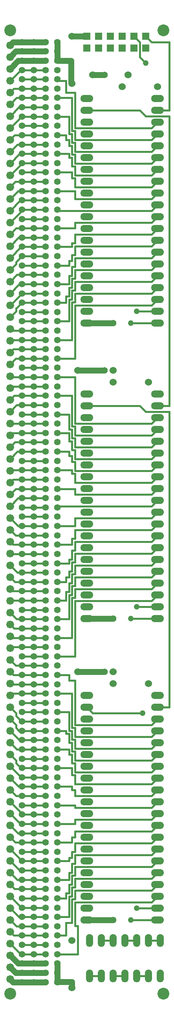
<source format=gbr>
G04 DesignSpark PCB Gerber Version 13.0 Build *
%FSLAX35Y35*%
%MOIN*%
%ADD28O,0.06000X0.11000*%
%ADD19R,0.06000X0.06000*%
%ADD14C,0.01500*%
%ADD15C,0.04800*%
%ADD12C,0.05000*%
%ADD71C,0.05512*%
%ADD13C,0.05600*%
%ADD70C,0.06000*%
%ADD18C,0.06614*%
%ADD16C,0.10000*%
%ADD17O,0.11000X0.06000*%
X0Y0D02*
D02*
D12*
X29221Y20250D02*
X21859D01*
X19221Y22888D01*
X29221Y28124D02*
X23985D01*
X19221Y32888D01*
X29221Y35998D02*
X26111D01*
X19221Y42888D01*
X29221Y799778D02*
X26111D01*
X19221Y792888D01*
X29221Y807652D02*
X23985D01*
X19221Y802888D01*
X29221Y815526D02*
X21859D01*
X19221Y812888D01*
X39221Y20250D02*
X29221D01*
X39221Y28124D02*
X29221D01*
X39221Y35998D02*
X29221D01*
X39221Y799778D02*
X29221D01*
X39221Y807652D02*
X29221D01*
X39221Y815526D02*
X29221D01*
X49221Y20250D02*
X39221D01*
X49221Y28124D02*
X39221D01*
X49221Y35998D02*
X39221D01*
X49221Y799778D02*
X39221D01*
X49221Y807652D02*
X39221D01*
X49221Y815526D02*
X39221D01*
X59221Y20250D02*
Y28124D01*
Y35998D01*
Y799778D02*
X59831Y800388D01*
X59221Y800998D01*
Y807888D01*
Y807652D01*
Y815526D02*
Y807888D01*
X71111Y799778D02*
Y780998D01*
X71721Y780388D01*
X71111Y799778D02*
X59221D01*
X71721Y15388D02*
Y20388D01*
X59359D01*
X59221Y20250D01*
X84221Y327888D02*
X106721D01*
X84221Y577888D02*
X106721D01*
X84221Y820388D02*
X71721D01*
X99221Y282888D02*
X76721D01*
X99221Y537888D02*
X76721D01*
X99221Y787888D02*
X89221D01*
X106721Y72888D02*
X84221D01*
D02*
D13*
X99221Y282888D03*
Y537888D03*
Y787888D03*
X106721Y72888D03*
Y327888D03*
Y577888D03*
D02*
D14*
X19221Y582888D02*
X24221Y587888D01*
Y590388D01*
X24556D01*
X29221Y595053D01*
X19221Y622888D02*
X24221Y627888D01*
Y629423D01*
X29221Y634423D01*
Y43872D02*
X28237D01*
X19221Y52888D01*
X29221Y59620D02*
X22489D01*
X19221Y62888D01*
X29221Y67494D02*
X24615D01*
X19221Y72888D01*
X29221Y75368D02*
X26741D01*
X19221Y82888D01*
X29221Y83242D02*
X28867D01*
X19221Y92888D01*
X29221Y98990D02*
X23119D01*
X19221Y102888D01*
X29221Y106864D02*
X25245D01*
X19221Y112888D01*
X29221Y114738D02*
X27371D01*
X19221Y122888D01*
X29221Y122612D02*
Y122888D01*
X19221Y132888D01*
X29221Y138360D02*
X23749D01*
X19221Y142888D01*
X29221Y146234D02*
X25875D01*
X19221Y152888D01*
X29221Y154108D02*
X28001D01*
X19221Y162888D01*
X29221Y161982D02*
Y162888D01*
X19221Y172888D01*
X29221Y177730D02*
X24379D01*
X19221Y182888D01*
X29221Y185604D02*
X26505D01*
X19221Y192888D01*
X29221Y193478D02*
X28631D01*
X19221Y202888D01*
X29221Y201352D02*
X28257D01*
X24221Y205388D01*
Y207888D01*
X19221Y212888D01*
X29221Y217100D02*
X25009D01*
X19221Y222888D01*
X29221Y224974D02*
X27135D01*
X19221Y232888D01*
X29221Y232848D02*
X26761D01*
X24221Y235388D01*
Y237888D01*
X19221Y242888D01*
X29221Y240722D02*
X28887D01*
X24221Y245388D01*
Y247888D01*
X19221Y252888D01*
X29221Y264344D02*
X20678D01*
X19221Y262888D01*
X29221Y272219D02*
X19891D01*
X19221Y272888D01*
X29221Y280093D02*
X22017D01*
X19221Y282888D01*
X29221Y287967D02*
X24143D01*
X19221Y292888D01*
X29221Y303715D02*
X20048D01*
X19221Y302888D01*
X29221Y311589D02*
X20520D01*
X19221Y312888D01*
X29221Y319463D02*
X22646D01*
X19221Y322888D01*
X29221Y327337D02*
X24772D01*
X19221Y332888D01*
X29221Y343085D02*
X19418D01*
X19221Y342888D01*
X29221Y350959D02*
X21150D01*
X19221Y352888D01*
X29221Y358833D02*
X23276D01*
X19221Y362888D01*
X29221Y366707D02*
X25402D01*
X19221Y372888D01*
X29221Y382455D02*
X19654D01*
X19221Y382888D01*
X29221Y390329D02*
X21780D01*
X19221Y392888D01*
X29221Y398203D02*
X23906D01*
X19221Y402888D01*
X29221Y406077D02*
X26032D01*
X19221Y412888D01*
X29221Y429699D02*
X26032D01*
X19221Y422888D01*
X29221Y437573D02*
X23906D01*
X19221Y432888D01*
X29221Y445447D02*
X21780D01*
X19221Y442888D01*
X29221Y453321D02*
X19654D01*
X19221Y452888D01*
X29221Y469069D02*
X25402D01*
X19221Y462888D01*
X29221Y476943D02*
X23276D01*
X19221Y472888D01*
X29221Y484817D02*
X21150D01*
X19221Y482888D01*
X29221Y492691D02*
X19418D01*
X19221Y492888D01*
X29221Y508439D02*
X24772D01*
X19221Y502888D01*
X29221Y516313D02*
X22646D01*
X19221Y512888D01*
X29221Y524187D02*
X20520D01*
X19221Y522888D01*
X29221Y532061D02*
X20048D01*
X19221Y532888D01*
X29221Y547809D02*
X24143D01*
X19221Y542888D01*
X29221Y555683D02*
X22017D01*
X19221Y552888D01*
X29221Y563557D02*
X19891D01*
X19221Y562888D01*
X29221Y571431D02*
X20678D01*
X19221Y572888D01*
X29221Y602927D02*
Y602888D01*
X19221Y592888D01*
X29221Y610801D02*
X27135D01*
X19221Y602888D01*
X29221Y618675D02*
X25009D01*
X19221Y612888D01*
X29221Y642297D02*
X28631D01*
X19221Y632888D01*
X29221Y650171D02*
X26505D01*
X19221Y642888D01*
X29221Y658045D02*
X24379D01*
X19221Y652888D01*
X29221Y673793D02*
Y672888D01*
X19221Y662888D01*
X29221Y681667D02*
X28001D01*
X19221Y672888D01*
X29221Y689541D02*
X25875D01*
X19221Y682888D01*
X29221Y697415D02*
X23749D01*
X19221Y692888D01*
X29221Y713163D02*
Y712888D01*
X19221Y702888D01*
X29221Y721037D02*
X27371D01*
X19221Y712888D01*
X29221Y728911D02*
X25245D01*
X19221Y722888D01*
X29221Y736785D02*
X23119D01*
X19221Y732888D01*
X29221Y752533D02*
X28867D01*
X19221Y742888D01*
X29221Y760407D02*
X26741D01*
X19221Y752888D01*
X29221Y768281D02*
X24615D01*
X19221Y762888D01*
X29221Y776156D02*
X22489D01*
X19221Y772888D01*
X29221Y791904D02*
X28237D01*
X19221Y782888D01*
X39221Y43872D02*
X29221D01*
X39221Y51746D02*
X29221D01*
X39221Y59620D02*
X29221D01*
X39221Y67494D02*
X29221D01*
X39221Y75368D02*
X29221D01*
X39221Y83242D02*
X29221D01*
X39221Y91116D02*
X29221D01*
X39221Y98990D02*
X29221D01*
X39221Y106864D02*
X29221D01*
X39221Y114738D02*
X29221D01*
X39221Y122612D02*
X29221D01*
X39221Y130486D02*
X29221D01*
X39221Y138360D02*
X29221D01*
X39221Y146234D02*
X29221D01*
X39221Y154108D02*
X29221D01*
X39221Y161982D02*
X29221D01*
X39221Y169856D02*
X29221D01*
X39221Y177730D02*
X29221D01*
X39221Y185604D02*
X29221D01*
X39221Y193478D02*
X29221D01*
X39221Y201352D02*
X29221D01*
X39221Y209226D02*
X29221D01*
X39221Y217100D02*
X29221D01*
X39221Y224974D02*
X29221D01*
X39221Y232848D02*
X29221D01*
X39221Y240722D02*
X29221D01*
X39221Y248596D02*
X29221D01*
X39221Y256470D02*
X29221D01*
X39221Y264344D02*
X29221D01*
X39221Y272219D02*
X29221D01*
X39221Y280093D02*
X29221D01*
X39221Y287967D02*
X29221D01*
X39221Y295841D02*
X29221D01*
X39221Y303715D02*
X29221D01*
X39221Y311589D02*
X29221D01*
X39221Y319463D02*
X29221D01*
X39221Y327337D02*
X29221D01*
X39221Y335211D02*
X29221D01*
X39221Y343085D02*
X29221D01*
X39221Y350959D02*
X29221D01*
X39221Y358833D02*
X29221D01*
X39221Y366707D02*
X29221D01*
X39221Y374581D02*
X29221D01*
X39221Y382455D02*
X29221D01*
X39221Y390329D02*
X29221D01*
X39221Y398203D02*
X29221D01*
X39221Y406077D02*
X29221D01*
X39221Y413951D02*
X29221D01*
X39221Y421825D02*
X29221D01*
X39221Y429699D02*
X29221D01*
X39221Y437573D02*
X29221D01*
X39221Y445447D02*
X29221D01*
X39221Y453321D02*
X29221D01*
X39221Y461195D02*
X29221D01*
X39221Y469069D02*
X29221D01*
X39221Y476943D02*
X29221D01*
X39221Y484817D02*
X29221D01*
X39221Y492691D02*
X29221D01*
X39221Y500565D02*
X29221D01*
X39221Y508439D02*
X29221D01*
X39221Y516313D02*
X29221D01*
X39221Y524187D02*
X29221D01*
X39221Y532061D02*
X29221D01*
X39221Y539935D02*
X29221D01*
X39221Y547809D02*
X29221D01*
X39221Y555683D02*
X29221D01*
X39221Y563557D02*
X29221D01*
X39221Y571431D02*
X29221D01*
X39221Y579305D02*
X29221D01*
X39221Y587179D02*
X29221D01*
X39221Y595053D02*
X29221D01*
X39221Y602927D02*
X29221D01*
X39221Y610801D02*
X29221D01*
X39221Y618675D02*
X29221D01*
X39221Y626549D02*
X29221D01*
X39221Y634423D02*
X29221D01*
X39221Y642297D02*
X29221D01*
X39221Y650171D02*
X29221D01*
X39221Y658045D02*
X29221D01*
X39221Y665919D02*
X29221D01*
X39221Y673793D02*
X29221D01*
X39221Y681667D02*
X29221D01*
X39221Y689541D02*
X29221D01*
X39221Y697415D02*
X29221D01*
X39221Y705289D02*
X29221D01*
X39221Y713163D02*
X29221D01*
X39221Y721037D02*
X29221D01*
X39221Y728911D02*
X29221D01*
X39221Y736785D02*
X29221D01*
X39221Y744659D02*
X29221D01*
X39221Y752533D02*
X29221D01*
X39221Y760407D02*
X29221D01*
X39221Y768281D02*
X29221D01*
X39221Y776156D02*
X29221D01*
X39221Y784030D02*
X29221D01*
X39221Y791904D02*
X29221D01*
X49221Y43872D02*
X39221D01*
X49221Y51746D02*
X39221D01*
X49221Y59620D02*
X39221D01*
X49221Y67494D02*
X39221D01*
X49221Y75368D02*
X39221D01*
X49221Y83242D02*
X39221D01*
X49221Y91116D02*
X39221D01*
X49221Y98990D02*
X39221D01*
X49221Y106864D02*
X39221D01*
X49221Y114738D02*
X39221D01*
X49221Y122612D02*
X39221D01*
X49221Y130486D02*
X39221D01*
X49221Y138360D02*
X39221D01*
X49221Y146234D02*
X39221D01*
X49221Y154108D02*
X39221D01*
X49221Y161982D02*
X39221D01*
X49221Y169856D02*
X39221D01*
X49221Y177730D02*
X39221D01*
X49221Y185604D02*
X39221D01*
X49221Y193478D02*
X39221D01*
X49221Y201352D02*
X39221D01*
X49221Y209226D02*
X39221D01*
X49221Y217100D02*
X39221D01*
X49221Y224974D02*
X39221D01*
X49221Y232848D02*
X39221D01*
X49221Y240722D02*
X39221D01*
X49221Y248596D02*
X39221D01*
X49221Y256470D02*
X39221D01*
X49221Y264344D02*
X39221D01*
X49221Y272219D02*
X39221D01*
X49221Y280093D02*
X39221D01*
X49221Y287967D02*
X39221D01*
X49221Y295841D02*
X39221D01*
X49221Y303715D02*
X39221D01*
X49221Y311589D02*
X39221D01*
X49221Y319463D02*
X39221D01*
X49221Y327337D02*
X39221D01*
X49221Y335211D02*
X39221D01*
X49221Y343085D02*
X39221D01*
X49221Y350959D02*
X39221D01*
X49221Y358833D02*
X39221D01*
X49221Y366707D02*
X39221D01*
X49221Y374581D02*
X39221D01*
X49221Y382455D02*
X39221D01*
X49221Y390329D02*
X39221D01*
X49221Y398203D02*
X39221D01*
X49221Y406077D02*
X39221D01*
X49221Y413951D02*
X39221D01*
X49221Y421825D02*
X39221D01*
X49221Y429699D02*
X39221D01*
X49221Y437573D02*
X39221D01*
X49221Y445447D02*
X39221D01*
X49221Y453321D02*
X39221D01*
X49221Y461195D02*
X39221D01*
X49221Y469069D02*
X39221D01*
X49221Y476943D02*
X39221D01*
X49221Y484817D02*
X39221D01*
X49221Y492691D02*
X39221D01*
X49221Y500565D02*
X39221D01*
X49221Y508439D02*
X39221D01*
X49221Y516313D02*
X39221D01*
X49221Y524187D02*
X39221D01*
X49221Y532061D02*
X39221D01*
X49221Y539935D02*
X39221D01*
X49221Y547809D02*
X39221D01*
X49221Y555683D02*
X39221D01*
X49221Y563557D02*
X39221D01*
X49221Y571431D02*
X39221D01*
X49221Y579305D02*
X39221D01*
X49221Y587179D02*
X39221D01*
X49221Y595053D02*
X39221D01*
X49221Y602927D02*
X39221D01*
X49221Y610801D02*
X39221D01*
X49221Y618675D02*
X39221D01*
X49221Y626549D02*
X39221D01*
X49221Y634423D02*
X39221D01*
X49221Y642297D02*
X39221D01*
X49221Y650171D02*
X39221D01*
X49221Y658045D02*
X39221D01*
X49221Y665919D02*
X39221D01*
X49221Y673793D02*
X39221D01*
X49221Y681667D02*
X39221D01*
X49221Y689541D02*
X39221D01*
X49221Y697415D02*
X39221D01*
X49221Y705289D02*
X39221D01*
X49221Y713163D02*
X39221D01*
X49221Y721037D02*
X39221D01*
X49221Y728911D02*
X39221D01*
X49221Y736785D02*
X39221D01*
X49221Y744659D02*
X39221D01*
X49221Y752533D02*
X39221D01*
X49221Y760407D02*
X39221D01*
X49221Y768281D02*
X39221D01*
X49221Y776156D02*
X39221D01*
X49221Y784030D02*
X39221D01*
X49221Y791904D02*
X39221D01*
X59221Y75368D02*
X69221D01*
X59221Y106864D02*
X69221D01*
X59221Y122612D02*
X66721D01*
X59221Y138360D02*
X71721D01*
X59221Y154108D02*
X74221D01*
Y157888D01*
X139221D01*
X144221Y162888D01*
X59221Y169856D02*
X74221D01*
Y167888D01*
X139221D01*
X144221Y172888D01*
X59221Y185604D02*
X71721D01*
Y182888D01*
X74221D01*
Y177888D01*
X139221D01*
X144221Y182888D01*
X59221Y201352D02*
X71721D01*
Y195388D01*
X74221D01*
Y187888D01*
X139221D01*
X144221Y192888D01*
X59221Y217100D02*
X69221D01*
Y212888D01*
X71721D01*
Y205388D01*
X74221D01*
Y197888D01*
X139221D01*
X144221Y202888D01*
X59221Y232848D02*
X66721D01*
Y230388D01*
X69221D01*
Y222888D01*
X71721D01*
Y215388D01*
X74221D01*
Y207888D01*
X139221D01*
X144221Y212888D01*
X59221Y248596D02*
X69221D01*
Y232888D01*
X71721D01*
Y225388D01*
X74221D01*
Y217888D01*
X139221D01*
X144221Y222888D01*
X59221Y264344D02*
X71721D01*
Y235388D01*
X74221D01*
Y227888D01*
X139221D01*
X144221Y232888D01*
X59221Y280093D02*
X69221D01*
Y275388D01*
X74221D01*
Y237888D01*
X139221D01*
X144221Y242888D01*
X59221Y295841D02*
X66721D01*
X59221Y311589D02*
X66721D01*
X59221Y327337D02*
X66721D01*
X59221Y343085D02*
X66721D01*
X59221Y358833D02*
X66721D01*
X59221Y406077D02*
X74221D01*
Y412888D01*
X139221D01*
X144221Y417888D01*
X59221Y437573D02*
X74221D01*
Y432888D01*
X139221D01*
X144221Y437888D01*
X59221Y453321D02*
X71721D01*
Y450388D01*
X74221D01*
Y442888D01*
X139221D01*
X144221Y447888D01*
X59221Y469069D02*
X69221D01*
Y465388D01*
X71721D01*
Y460388D01*
X74221D01*
Y452888D01*
X139221D01*
X144221Y457888D01*
X59221Y484817D02*
X69221D01*
Y477888D01*
X71721D01*
Y470388D01*
X74221D01*
Y462888D01*
X139221D01*
X144221Y467888D01*
X59221Y500565D02*
X69221D01*
Y487888D01*
X71721D01*
Y480388D01*
X74221D01*
Y472888D01*
X139221D01*
X144221Y477888D01*
X59221Y516313D02*
X71721D01*
Y490388D01*
X74221D01*
Y482888D01*
X139221D01*
X144221Y487888D01*
X59221Y532061D02*
X74221D01*
Y492888D01*
X139221D01*
X144221Y497888D01*
X59221Y547809D02*
X66721D01*
X59221Y579305D02*
X69221D01*
Y597888D01*
X71721D01*
Y605388D01*
X74221D01*
Y612888D01*
X139221D01*
X144221Y617888D01*
X59221Y595053D02*
X66721D01*
X59221Y610801D02*
X66721D01*
X59221Y626549D02*
X66721D01*
X59221Y642297D02*
X66721D01*
X59221Y658045D02*
X74221D01*
Y662888D01*
X139221D01*
X144221Y667888D01*
X59221Y689541D02*
X74221D01*
Y682888D01*
X139221D01*
X144221Y687888D01*
X59221Y705289D02*
X71721D01*
Y700388D01*
X74221D01*
Y692888D01*
X139221D01*
X144221Y697888D01*
X71721Y102888D02*
X69221D01*
Y95388D01*
X66721D01*
Y91116D01*
X59221D01*
X71721Y563557D02*
X59221D01*
X74221Y742888D02*
Y772888D01*
X66721D01*
Y782888D01*
X60363D01*
X59221Y784030D01*
X84221Y507888D02*
X129221D01*
X134221Y502888D01*
X154221D01*
Y252888D01*
X144221D01*
X84221Y757888D02*
X129221D01*
X134221Y752888D01*
X154221D01*
Y507888D01*
X144221D01*
X86721Y25388D02*
X96721D01*
Y55388D02*
X106721D01*
Y25388D02*
X116721D01*
Y55388D02*
X126721D01*
X121721Y72888D02*
X144221D01*
X121721Y327888D02*
X144221D01*
X121721Y577888D02*
X144221D01*
X124221Y820388D02*
X129221Y815388D01*
Y802888D01*
X134221Y797888D01*
X126721Y25388D02*
X136721D01*
X126721Y82888D02*
X144221D01*
X126721Y337888D02*
X144221D01*
X126721Y587888D02*
X144221D01*
X131721Y247888D02*
X89221D01*
X84221Y252888D01*
X134221Y820388D02*
X139221Y815388D01*
X154221D01*
X136721Y55388D02*
X146721D01*
X144221Y92888D02*
X139221Y87888D01*
X74221D01*
Y67888D01*
X76721D01*
Y43872D01*
X59221D01*
X144221Y102888D02*
X139221Y97888D01*
X74221D01*
Y90388D01*
X71721D01*
Y70388D01*
X66721D01*
Y59620D01*
X59221D01*
X144221Y112888D02*
X139221Y107888D01*
X74221D01*
Y100388D01*
X71721D01*
Y92888D01*
X69221D01*
Y75368D01*
X144221Y122888D02*
X139221Y117888D01*
X74221D01*
Y110388D01*
X71721D01*
Y102888D01*
X144221Y132888D02*
X139221Y127888D01*
X74221D01*
Y120388D01*
X71721D01*
Y112888D01*
X69221D01*
Y106864D01*
X144221Y142888D02*
X139221Y137888D01*
X74221D01*
Y130388D01*
X71721D01*
Y125388D01*
X69221D01*
Y122612D01*
X66721D01*
X144221Y152888D02*
X139221Y147888D01*
X74221D01*
Y142888D01*
X71721D01*
Y138360D01*
X144221Y347888D02*
X139221Y342888D01*
X74221D01*
Y295841D01*
X66721D01*
X144221Y357888D02*
X139221Y352888D01*
X74221D01*
Y345388D01*
X71721D01*
Y311589D01*
X66721D01*
X144221Y367888D02*
X139221Y362888D01*
X74221D01*
Y355388D01*
X71721D01*
Y347888D01*
X69221D01*
Y327337D01*
X66721D01*
X144221Y377888D02*
X139221Y372888D01*
X74221D01*
Y365388D01*
X71721D01*
Y357888D01*
X69221D01*
Y350388D01*
X66721D01*
Y343085D01*
X144221Y387888D02*
X139221Y382888D01*
X74221D01*
Y375388D01*
X71721D01*
Y367888D01*
X69221D01*
Y362888D01*
X66721D01*
Y358833D01*
X144221Y397888D02*
X139221Y392888D01*
X74221D01*
Y385388D01*
X71721D01*
Y377888D01*
X69221D01*
Y374581D01*
X59221D01*
X144221Y407888D02*
X139221Y402888D01*
X74221D01*
Y395388D01*
X71721D01*
Y390329D01*
X59221D01*
X144221Y427888D02*
X139221Y422888D01*
X60284D01*
X59221Y421825D01*
X144221Y597888D02*
X139221Y592888D01*
X74221D01*
Y547809D01*
X66721D01*
X144221Y607888D02*
X139221Y602888D01*
X74221D01*
Y595388D01*
X71721D01*
Y563557D01*
X144221Y627888D02*
X139221Y622888D01*
X74221D01*
Y615388D01*
X71721D01*
Y607888D01*
X69221D01*
Y600388D01*
X66721D01*
Y595053D01*
X144221Y637888D02*
X139221Y632888D01*
X74221D01*
Y625388D01*
X71721D01*
Y617888D01*
X69221D01*
Y610801D01*
X66721D01*
X144221Y647888D02*
X139221Y642888D01*
X74221D01*
Y635388D01*
X71721D01*
Y630388D01*
X69221D01*
Y626549D01*
X66721D01*
X144221Y657888D02*
X139221Y652888D01*
X74221D01*
Y645388D01*
X71721D01*
Y642297D01*
X66721D01*
X144221Y677888D02*
X139221Y672888D01*
X60127D01*
X59221Y673793D01*
X144221Y707888D02*
X139221Y702888D01*
X74221D01*
Y710388D01*
X71721D01*
Y717888D01*
X69221D01*
Y721037D01*
X59221D01*
X144221Y717888D02*
X139221Y712888D01*
X74221D01*
Y720388D01*
X71721D01*
Y727888D01*
X69221D01*
Y732888D01*
X66721D01*
Y736785D01*
X59221D01*
X144221Y727888D02*
X139221Y722888D01*
X74221D01*
Y730388D01*
X71721D01*
Y737888D01*
X69221D01*
Y752533D01*
X59221D01*
X144221Y737888D02*
X139221Y732888D01*
X74221D01*
Y740388D01*
X71721D01*
Y768281D01*
X59221D01*
X144221Y747888D02*
X139221Y742888D01*
X74221D01*
X144221Y757888D02*
X154221D01*
Y815388D01*
D02*
D15*
X121721Y72888D03*
Y327888D03*
Y577888D03*
X126721Y82888D03*
Y337888D03*
Y587888D03*
X131721Y247888D03*
X134221Y797888D03*
D02*
D16*
X19221Y10388D03*
Y825388D03*
X149221Y10388D03*
Y825388D03*
D02*
D17*
X84221Y72888D03*
Y82888D03*
Y92888D03*
Y102888D03*
Y112888D03*
Y122888D03*
Y132888D03*
Y142888D03*
Y152888D03*
Y162888D03*
Y172888D03*
Y182888D03*
Y192888D03*
Y202888D03*
Y212888D03*
Y222888D03*
Y232888D03*
Y242888D03*
Y252888D03*
Y262888D03*
Y327888D03*
Y337888D03*
Y347888D03*
Y357888D03*
Y367888D03*
Y377888D03*
Y387888D03*
Y397888D03*
Y407888D03*
Y417888D03*
Y427888D03*
Y437888D03*
Y447888D03*
Y457888D03*
Y467888D03*
Y477888D03*
Y487888D03*
Y497888D03*
Y507888D03*
Y517888D03*
Y577888D03*
Y587888D03*
Y597888D03*
Y607888D03*
Y617888D03*
Y627888D03*
Y637888D03*
Y647888D03*
Y657888D03*
Y667888D03*
Y677888D03*
Y687888D03*
Y697888D03*
Y707888D03*
Y717888D03*
Y727888D03*
Y737888D03*
Y747888D03*
Y757888D03*
Y767888D03*
X144221Y72888D03*
Y82888D03*
Y92888D03*
Y102888D03*
Y112888D03*
Y122888D03*
Y132888D03*
Y142888D03*
Y152888D03*
Y162888D03*
Y172888D03*
Y182888D03*
Y192888D03*
Y202888D03*
Y212888D03*
Y222888D03*
Y232888D03*
Y242888D03*
Y252888D03*
Y262888D03*
Y327888D03*
Y337888D03*
Y347888D03*
Y357888D03*
Y367888D03*
Y377888D03*
Y387888D03*
Y397888D03*
Y407888D03*
Y417888D03*
Y427888D03*
Y437888D03*
Y447888D03*
Y457888D03*
Y467888D03*
Y477888D03*
Y487888D03*
Y497888D03*
Y507888D03*
Y517888D03*
Y577888D03*
Y587888D03*
Y597888D03*
Y607888D03*
Y617888D03*
Y627888D03*
Y637888D03*
Y647888D03*
Y657888D03*
Y667888D03*
Y677888D03*
Y687888D03*
Y697888D03*
Y707888D03*
Y717888D03*
Y727888D03*
Y737888D03*
Y747888D03*
Y757888D03*
Y767888D03*
D02*
D18*
X19221Y22888D03*
Y32888D03*
Y42888D03*
Y52888D03*
Y62888D03*
Y72888D03*
Y82888D03*
Y92888D03*
Y102888D03*
Y112888D03*
Y122888D03*
Y132888D03*
Y142888D03*
Y152888D03*
Y162888D03*
Y172888D03*
Y182888D03*
Y192888D03*
Y202888D03*
Y212888D03*
Y222888D03*
Y232888D03*
Y242888D03*
Y252888D03*
Y262888D03*
Y272888D03*
Y282888D03*
Y292888D03*
Y302888D03*
Y312888D03*
Y322888D03*
Y332888D03*
Y342888D03*
Y352888D03*
Y362888D03*
Y372888D03*
Y382888D03*
Y392888D03*
Y402888D03*
Y412888D03*
Y422888D03*
Y432888D03*
Y442888D03*
Y452888D03*
Y462888D03*
Y472888D03*
Y482888D03*
Y492888D03*
Y502888D03*
Y512888D03*
Y522888D03*
Y532888D03*
Y542888D03*
Y552888D03*
Y562888D03*
Y572888D03*
Y582888D03*
Y592888D03*
Y602888D03*
Y612888D03*
Y622888D03*
Y632888D03*
Y642888D03*
Y652888D03*
Y662888D03*
Y672888D03*
Y682888D03*
Y692888D03*
Y702888D03*
Y712888D03*
Y722888D03*
Y732888D03*
Y742888D03*
Y752888D03*
Y762888D03*
Y772888D03*
Y782888D03*
Y792888D03*
Y802888D03*
Y812888D03*
D02*
D19*
X84221Y810388D03*
Y820388D03*
X94221Y810388D03*
Y820388D03*
X104221Y810388D03*
Y820388D03*
X114221Y810388D03*
Y820388D03*
X124221Y810388D03*
Y820388D03*
X134221Y810388D03*
Y820388D03*
D02*
D70*
X71721Y15388D03*
Y55388D03*
Y780388D03*
Y820388D03*
X76721Y282888D03*
Y537888D03*
X89221Y787888D03*
X106721Y272888D03*
Y282888D03*
Y527888D03*
Y537888D03*
X114221Y777888D03*
X119221Y787888D03*
X136721Y272888D03*
Y527888D03*
X144221Y777888D03*
D02*
D71*
X29221Y20250D03*
Y28124D03*
Y35998D03*
Y43872D03*
Y51746D03*
Y59620D03*
Y67494D03*
Y75368D03*
Y83242D03*
Y91116D03*
Y98990D03*
Y106864D03*
Y114738D03*
Y122612D03*
Y130486D03*
Y138360D03*
Y146234D03*
Y154108D03*
Y161982D03*
Y169856D03*
Y177730D03*
Y185604D03*
Y193478D03*
Y201352D03*
Y209226D03*
Y217100D03*
Y224974D03*
Y232848D03*
Y240722D03*
Y248596D03*
Y256470D03*
Y264344D03*
Y272219D03*
Y280093D03*
Y287967D03*
Y295841D03*
Y303715D03*
Y311589D03*
Y319463D03*
Y327337D03*
Y335211D03*
Y343085D03*
Y350959D03*
Y358833D03*
Y366707D03*
Y374581D03*
Y382455D03*
Y390329D03*
Y398203D03*
Y406077D03*
Y413951D03*
Y421825D03*
Y429699D03*
Y437573D03*
Y445447D03*
Y453321D03*
Y461195D03*
Y469069D03*
Y476943D03*
Y484817D03*
Y492691D03*
Y500565D03*
Y508439D03*
Y516313D03*
Y524187D03*
Y532061D03*
Y539935D03*
Y547809D03*
Y555683D03*
Y563557D03*
Y571431D03*
Y579305D03*
Y587179D03*
Y595053D03*
Y602927D03*
Y610801D03*
Y618675D03*
Y626549D03*
Y634423D03*
Y642297D03*
Y650171D03*
Y658045D03*
Y665919D03*
Y673793D03*
Y681667D03*
Y689541D03*
Y697415D03*
Y705289D03*
Y713163D03*
Y721037D03*
Y728911D03*
Y736785D03*
Y744659D03*
Y752533D03*
Y760407D03*
Y768281D03*
Y776156D03*
Y784030D03*
Y791904D03*
Y799778D03*
Y807652D03*
Y815526D03*
X39221Y20250D03*
Y28124D03*
Y35998D03*
Y43872D03*
Y51746D03*
Y59620D03*
Y67494D03*
Y75368D03*
Y83242D03*
Y91116D03*
Y98990D03*
Y106864D03*
Y114738D03*
Y122612D03*
Y130486D03*
Y138360D03*
Y146234D03*
Y154108D03*
Y161982D03*
Y169856D03*
Y177730D03*
Y185604D03*
Y193478D03*
Y201352D03*
Y209226D03*
Y217100D03*
Y224974D03*
Y232848D03*
Y240722D03*
Y248596D03*
Y256470D03*
Y264344D03*
Y272219D03*
Y280093D03*
Y287967D03*
Y295841D03*
Y303715D03*
Y311589D03*
Y319463D03*
Y327337D03*
Y335211D03*
Y343085D03*
Y350959D03*
Y358833D03*
Y366707D03*
Y374581D03*
Y382455D03*
Y390329D03*
Y398203D03*
Y406077D03*
Y413951D03*
Y421825D03*
Y429699D03*
Y437573D03*
Y445447D03*
Y453321D03*
Y461195D03*
Y469069D03*
Y476943D03*
Y484817D03*
Y492691D03*
Y500565D03*
Y508439D03*
Y516313D03*
Y524187D03*
Y532061D03*
Y539935D03*
Y547809D03*
Y555683D03*
Y563557D03*
Y571431D03*
Y579305D03*
Y587179D03*
Y595053D03*
Y602927D03*
Y610801D03*
Y618675D03*
Y626549D03*
Y634423D03*
Y642297D03*
Y650171D03*
Y658045D03*
Y665919D03*
Y673793D03*
Y681667D03*
Y689541D03*
Y697415D03*
Y705289D03*
Y713163D03*
Y721037D03*
Y728911D03*
Y736785D03*
Y744659D03*
Y752533D03*
Y760407D03*
Y768281D03*
Y776156D03*
Y784030D03*
Y791904D03*
Y799778D03*
Y807652D03*
Y815526D03*
X49221Y20250D03*
Y28124D03*
Y35998D03*
Y43872D03*
Y51746D03*
Y59620D03*
Y67494D03*
Y75368D03*
Y83242D03*
Y91116D03*
Y98990D03*
Y106864D03*
Y114738D03*
Y122612D03*
Y130486D03*
Y138360D03*
Y146234D03*
Y154108D03*
Y161982D03*
Y169856D03*
Y177730D03*
Y185604D03*
Y193478D03*
Y201352D03*
Y209226D03*
Y217100D03*
Y224974D03*
Y232848D03*
Y240722D03*
Y248596D03*
Y256470D03*
Y264344D03*
Y272219D03*
Y280093D03*
Y287967D03*
Y295841D03*
Y303715D03*
Y311589D03*
Y319463D03*
Y327337D03*
Y335211D03*
Y343085D03*
Y350959D03*
Y358833D03*
Y366707D03*
Y374581D03*
Y382455D03*
Y390329D03*
Y398203D03*
Y406077D03*
Y413951D03*
Y421825D03*
Y429699D03*
Y437573D03*
Y445447D03*
Y453321D03*
Y461195D03*
Y469069D03*
Y476943D03*
Y484817D03*
Y492691D03*
Y500565D03*
Y508439D03*
Y516313D03*
Y524187D03*
Y532061D03*
Y539935D03*
Y547809D03*
Y555683D03*
Y563557D03*
Y571431D03*
Y579305D03*
Y587179D03*
Y595053D03*
Y602927D03*
Y610801D03*
Y618675D03*
Y626549D03*
Y634423D03*
Y642297D03*
Y650171D03*
Y658045D03*
Y665919D03*
Y673793D03*
Y681667D03*
Y689541D03*
Y697415D03*
Y705289D03*
Y713163D03*
Y721037D03*
Y728911D03*
Y736785D03*
Y744659D03*
Y752533D03*
Y760407D03*
Y768281D03*
Y776156D03*
Y784030D03*
Y791904D03*
Y799778D03*
Y807652D03*
Y815526D03*
X59221Y20250D03*
Y28124D03*
Y35998D03*
Y43872D03*
Y51746D03*
Y59620D03*
Y67494D03*
Y75368D03*
Y83242D03*
Y91116D03*
Y98990D03*
Y106864D03*
Y114738D03*
Y122612D03*
Y130486D03*
Y138360D03*
Y146234D03*
Y154108D03*
Y161982D03*
Y169856D03*
Y177730D03*
Y185604D03*
Y193478D03*
Y201352D03*
Y209226D03*
Y217100D03*
Y224974D03*
Y232848D03*
Y240722D03*
Y248596D03*
Y256470D03*
Y264344D03*
Y272219D03*
Y280093D03*
Y287967D03*
Y295841D03*
Y303715D03*
Y311589D03*
Y319463D03*
Y327337D03*
Y335211D03*
Y343085D03*
Y350959D03*
Y358833D03*
Y366707D03*
Y374581D03*
Y382455D03*
Y390329D03*
Y398203D03*
Y406077D03*
Y413951D03*
Y421825D03*
Y429699D03*
Y437573D03*
Y445447D03*
Y453321D03*
Y461195D03*
Y469069D03*
Y476943D03*
Y484817D03*
Y492691D03*
Y500565D03*
Y508439D03*
Y516313D03*
Y524187D03*
Y532061D03*
Y539935D03*
Y547809D03*
Y555683D03*
Y563557D03*
Y571431D03*
Y579305D03*
Y587179D03*
Y595053D03*
Y602927D03*
Y610801D03*
Y618675D03*
Y626549D03*
Y634423D03*
Y642297D03*
Y650171D03*
Y658045D03*
Y665919D03*
Y673793D03*
Y681667D03*
Y689541D03*
Y697415D03*
Y705289D03*
Y713163D03*
Y721037D03*
Y728911D03*
Y736785D03*
Y744659D03*
Y752533D03*
Y760407D03*
Y768281D03*
Y776156D03*
Y784030D03*
Y791904D03*
Y799778D03*
Y807652D03*
Y815526D03*
D02*
D28*
X86721Y25388D03*
Y55388D03*
X96721Y25388D03*
Y55388D03*
X106721Y25388D03*
Y55388D03*
X116721Y25388D03*
Y55388D03*
X126721Y25388D03*
Y55388D03*
X136721Y25388D03*
Y55388D03*
X146721Y25388D03*
Y55388D03*
X0Y0D02*
M02*

</source>
